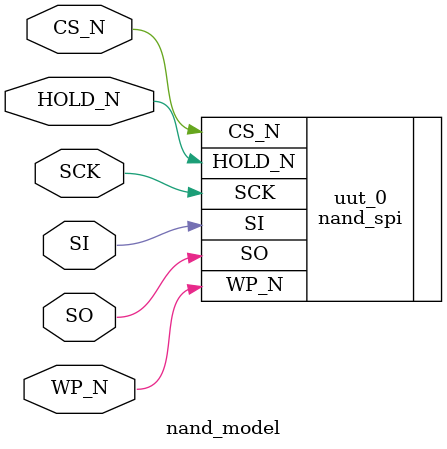
<source format=v>
/*******************************************************************************
*
* Confidential:  This file and all files delivered herewith are Micron Confidential Information.
*
*    File Name:  nand_die_model.V
*        Model:  BUS Functional
*    Simulator:  ModelSim
* Dependencies:  nand_parameters.vh
*
*        Email:  modelsupport@micron.com
*      Company:  Micron Technology, Inc.
*  Part Number:  MT29F
*
*  Description:  Micron NAND Verilog Model
*
*   Limitation:
*
*         Note:  This model does not model bit errors on read or write.
                 This model is a superset of all supported Micron NAND devices.
                 The model is configured for a particular device's parameters 
                 and features by the required include file, nand_parameters.vh.
*
*   Disclaimer:  THESE DESIGNS ARE PROVIDED "AS IS" WITH NO WARRANTY
*                WHATSOEVER AND MICRON SPECIFICALLY DISCLAIMS ANY
*                IMPLIED WARRANTIES OF MERCHANTABILITY, FITNESS FOR
*                A PARTICULAR PURPOSE, OR AGAINST INFRINGEMENT.
*
*                Copyright © 2012 Micron Semiconductor Products, Inc.
*                All rights reserved
*
*   1.00 yhliu  6/2/15:Initial version.

*                        
*******************************************************************************/

`timescale 1ns/1ps

module nand_model (
	inout SI,
	input SCK,
	input CS_N,
	inout HOLD_N,
	inout WP_N,
	inout SO
	);
`ifdef D_4Gb
	nand_spi #(.mds(2'b10)) uut_0  (.SI(SI), .SCK(SCK), .CS_N(CS_N), .HOLD_N(HOLD_N), .WP_N(WP_N), .SO(SO));
	nand_spi #(.mds(2'b11)) uut_1  (.SI(SI), .SCK(SCK), .CS_N(CS_N), .HOLD_N(HOLD_N), .WP_N(WP_N), .SO(SO));

`else
	nand_spi #(.mds(2'b00)) uut_0  (.SI(SI), .SCK(SCK), .CS_N(CS_N), .HOLD_N(HOLD_N), .WP_N(WP_N), .SO(SO));

`endif 

endmodule

</source>
